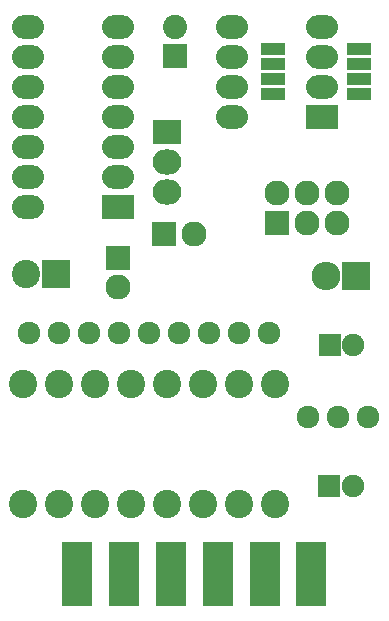
<source format=gbr>
G04 #@! TF.FileFunction,Soldermask,Top*
%FSLAX46Y46*%
G04 Gerber Fmt 4.6, Leading zero omitted, Abs format (unit mm)*
G04 Created by KiCad (PCBNEW 4.0.5) date 11/08/17 14:47:14*
%MOMM*%
%LPD*%
G01*
G04 APERTURE LIST*
%ADD10C,0.100000*%
%ADD11C,2.398980*%
%ADD12C,1.924000*%
%ADD13R,1.900000X1.900000*%
%ADD14C,1.900000*%
%ADD15R,2.700000X2.000000*%
%ADD16O,2.700000X2.000000*%
%ADD17R,2.100000X2.100000*%
%ADD18C,2.050000*%
%ADD19R,2.127200X2.127200*%
%ADD20C,2.127200*%
%ADD21R,2.650000X5.400000*%
%ADD22R,2.400000X2.400000*%
%ADD23C,2.400000*%
%ADD24O,2.127200X2.127200*%
%ADD25R,2.432000X2.127200*%
%ADD26O,2.432000X2.127200*%
%ADD27R,2.100000X1.050000*%
%ADD28R,2.432000X2.432000*%
%ADD29O,2.432000X2.432000*%
G04 APERTURE END LIST*
D10*
D11*
X152273000Y-87630000D03*
X152273000Y-77470000D03*
X155321000Y-77470000D03*
X155321000Y-87630000D03*
X133985000Y-87630000D03*
X133985000Y-77470000D03*
X146177000Y-87630000D03*
X146177000Y-77470000D03*
X149225000Y-77470000D03*
X149225000Y-87630000D03*
X140081000Y-87630000D03*
X140081000Y-77470000D03*
X137033000Y-87630000D03*
X137033000Y-77470000D03*
X143129000Y-77470000D03*
X143129000Y-87630000D03*
D12*
X137033000Y-73152000D03*
X134493000Y-73152000D03*
X139573000Y-73152000D03*
D13*
X159925000Y-74168000D03*
D14*
X161925000Y-74168000D03*
D12*
X160655000Y-80264000D03*
X158115000Y-80264000D03*
X163195000Y-80264000D03*
D15*
X159258000Y-54864000D03*
D16*
X159258000Y-52324000D03*
X159258000Y-49784000D03*
X159258000Y-47244000D03*
X151638000Y-47244000D03*
X151638000Y-49784000D03*
X151638000Y-52324000D03*
X151638000Y-54864000D03*
D13*
X159893000Y-86106000D03*
D14*
X161893000Y-86106000D03*
D17*
X146812000Y-49744000D03*
D18*
X146812000Y-47244000D03*
D19*
X141986000Y-66802000D03*
D20*
X141986000Y-69302000D03*
D19*
X145923000Y-64770000D03*
D20*
X148423000Y-64770000D03*
D21*
X158369000Y-93599000D03*
X154406600Y-93599000D03*
X150444200Y-93599000D03*
X146481800Y-93599000D03*
X142519400Y-93599000D03*
X138557000Y-93599000D03*
D22*
X136779000Y-68199000D03*
D23*
X134239000Y-68199000D03*
D19*
X155448000Y-63881000D03*
D24*
X155448000Y-61341000D03*
X157988000Y-63881000D03*
X157988000Y-61341000D03*
X160528000Y-63881000D03*
X160528000Y-61341000D03*
D15*
X141986000Y-62484000D03*
D16*
X141986000Y-59944000D03*
X141986000Y-57404000D03*
X141986000Y-54864000D03*
X141986000Y-52324000D03*
X141986000Y-49784000D03*
X141986000Y-47244000D03*
X134366000Y-47244000D03*
X134366000Y-49784000D03*
X134366000Y-52324000D03*
X134366000Y-54864000D03*
X134366000Y-57404000D03*
X134366000Y-59944000D03*
X134366000Y-62484000D03*
D25*
X146177000Y-56134000D03*
D26*
X146177000Y-58674000D03*
X146177000Y-61214000D03*
D27*
X162433000Y-52959000D03*
X162433000Y-51689000D03*
X162433000Y-50419000D03*
X162433000Y-49149000D03*
X155133000Y-49149000D03*
X155133000Y-50419000D03*
X155133000Y-51689000D03*
X155133000Y-52959000D03*
D12*
X144653000Y-73152000D03*
X142113000Y-73152000D03*
X147193000Y-73152000D03*
X152273000Y-73152000D03*
X149733000Y-73152000D03*
X154813000Y-73152000D03*
D28*
X162179000Y-68326000D03*
D29*
X159639000Y-68326000D03*
M02*

</source>
